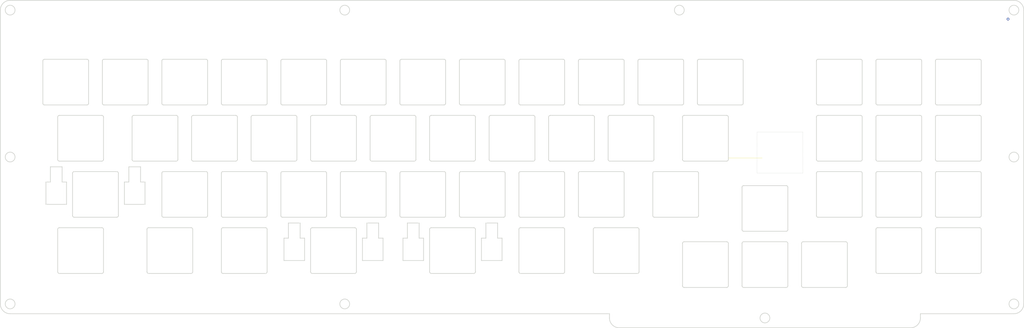
<source format=kicad_pcb>
(kicad_pcb (version 20171130) (host pcbnew "(5.1.5)-3")

  (general
    (thickness 1.6)
    (drawings 517)
    (tracks 1)
    (zones 0)
    (modules 0)
    (nets 1)
  )

  (page A4)
  (layers
    (0 F.Cu signal)
    (31 B.Cu signal)
    (32 B.Adhes user)
    (33 F.Adhes user)
    (34 B.Paste user)
    (35 F.Paste user)
    (36 B.SilkS user)
    (37 F.SilkS user)
    (38 B.Mask user)
    (39 F.Mask user)
    (40 Dwgs.User user)
    (41 Cmts.User user)
    (42 Eco1.User user)
    (43 Eco2.User user)
    (44 Edge.Cuts user)
    (45 Margin user)
    (46 B.CrtYd user)
    (47 F.CrtYd user)
    (48 B.Fab user)
    (49 F.Fab user)
  )

  (setup
    (last_trace_width 0.25)
    (trace_clearance 0.2)
    (zone_clearance 0.508)
    (zone_45_only no)
    (trace_min 0.2)
    (via_size 0.8)
    (via_drill 0.4)
    (via_min_size 0.4)
    (via_min_drill 0.3)
    (uvia_size 0.3)
    (uvia_drill 0.1)
    (uvias_allowed no)
    (uvia_min_size 0.2)
    (uvia_min_drill 0.1)
    (edge_width 0.05)
    (segment_width 0.2)
    (pcb_text_width 0.3)
    (pcb_text_size 1.5 1.5)
    (mod_edge_width 0.12)
    (mod_text_size 1 1)
    (mod_text_width 0.15)
    (pad_size 1.524 1.524)
    (pad_drill 0.762)
    (pad_to_mask_clearance 0.051)
    (solder_mask_min_width 0.25)
    (aux_axis_origin 0 0)
    (visible_elements 7FFFEFFF)
    (pcbplotparams
      (layerselection 0x010fc_ffffffff)
      (usegerberextensions false)
      (usegerberattributes false)
      (usegerberadvancedattributes false)
      (creategerberjobfile false)
      (excludeedgelayer true)
      (linewidth 0.100000)
      (plotframeref false)
      (viasonmask false)
      (mode 1)
      (useauxorigin false)
      (hpglpennumber 1)
      (hpglpenspeed 20)
      (hpglpendiameter 15.000000)
      (psnegative false)
      (psa4output false)
      (plotreference true)
      (plotvalue true)
      (plotinvisibletext false)
      (padsonsilk false)
      (subtractmaskfromsilk false)
      (outputformat 1)
      (mirror false)
      (drillshape 0)
      (scaleselection 1)
      (outputdirectory "plate file/"))
  )

  (net 0 "")

  (net_class Default "This is the default net class."
    (clearance 0.2)
    (trace_width 0.25)
    (via_dia 0.8)
    (via_drill 0.4)
    (uvia_dia 0.3)
    (uvia_drill 0.1)
  )

  (gr_line (start 217.4875 105.56875) (end 227.80625 105.56875) (layer F.SilkS) (width 0.12))
  (gr_line (start 226.225 97.6) (end 240.26875 97.6) (layer Edge.Cuts) (width 0.05) (tstamp 5FA35094))
  (gr_line (start 240.275 110.2) (end 240.26875 97.6) (layer Edge.Cuts) (width 0.05))
  (gr_line (start 226.21875 110.2) (end 240.275 110.2) (layer Edge.Cuts) (width 0.05))
  (gr_line (start 226.225 97.6) (end 226.21875 110.2) (layer Edge.Cuts) (width 0.05))
  (gr_line (start 276.6 127.4) (end 276.6 140.4) (layer Edge.Cuts) (width 0.2))
  (gr_arc (start 222.149999 127.5) (end 221.65 127.5) (angle -90) (layer Edge.Cuts) (width 0.2))
  (gr_arc (start 263.099999 127.4) (end 263.099999 126.9) (angle -90) (layer Edge.Cuts) (width 0.2))
  (gr_line (start 276.1 123.7) (end 263.099999 123.7) (layer Edge.Cuts) (width 0.2))
  (gr_arc (start 203.95 144.7) (end 203.45 144.7) (angle -90) (layer Edge.Cuts) (width 0.2))
  (gr_arc (start 276.1 127.399999) (end 276.6 127.4) (angle -90) (layer Edge.Cuts) (width 0.2))
  (gr_line (start 235.15 128) (end 222.15 128) (layer Edge.Cuts) (width 0.2))
  (gr_line (start 276.6 110.2) (end 276.6 123.2) (layer Edge.Cuts) (width 0.2))
  (gr_line (start 222.15 114) (end 235.15 114) (layer Edge.Cuts) (width 0.2))
  (gr_arc (start 235.149999 127.499999) (end 235.15 128) (angle -90) (layer Edge.Cuts) (width 0.2))
  (gr_arc (start 263.099999 110.2) (end 263.099999 109.7) (angle -90) (layer Edge.Cuts) (width 0.2))
  (gr_line (start 203.45 131.7) (end 203.45 144.7) (layer Edge.Cuts) (width 0.2))
  (gr_arc (start 276.099999 140.399999) (end 276.1 140.9) (angle -90) (layer Edge.Cuts) (width 0.2))
  (gr_line (start 221.65 127.5) (end 221.649999 114.5) (layer Edge.Cuts) (width 0.2))
  (gr_line (start 235.65 114.5) (end 235.65 127.5) (layer Edge.Cuts) (width 0.2))
  (gr_arc (start 222.15 114.5) (end 222.15 114) (angle -90) (layer Edge.Cuts) (width 0.2))
  (gr_arc (start 263.099999 123.2) (end 262.599999 123.2) (angle -90) (layer Edge.Cuts) (width 0.2))
  (gr_arc (start 276.1 110.199999) (end 276.6 110.2) (angle -90) (layer Edge.Cuts) (width 0.2))
  (gr_arc (start 276.099999 123.199999) (end 276.1 123.7) (angle -90) (layer Edge.Cuts) (width 0.2))
  (gr_arc (start 235.15 114.499999) (end 235.65 114.5) (angle -90) (layer Edge.Cuts) (width 0.2))
  (gr_line (start 203.95 145.2) (end 216.95 145.2) (layer Edge.Cuts) (width 0.2))
  (gr_line (start 263.099999 126.9) (end 276.1 126.9) (layer Edge.Cuts) (width 0.2))
  (gr_line (start 280.8 140.4) (end 280.8 127.4) (layer Edge.Cuts) (width 0.2))
  (gr_line (start 262.599999 140.4) (end 262.599999 127.4) (layer Edge.Cuts) (width 0.2))
  (gr_arc (start 263.099999 140.4) (end 262.599999 140.4) (angle -90) (layer Edge.Cuts) (width 0.2))
  (gr_line (start 262.599999 123.2) (end 262.599999 110.2) (layer Edge.Cuts) (width 0.2))
  (gr_line (start 263.099999 109.7) (end 276.1 109.699999) (layer Edge.Cuts) (width 0.2))
  (gr_line (start 276.1 140.9) (end 263.099999 140.9) (layer Edge.Cuts) (width 0.2))
  (gr_line (start 208.35 123.2) (end 208.35 110.2) (layer Edge.Cuts) (width 0.2))
  (gr_line (start 62.9 126.9) (end 75.9 126.9) (layer Edge.Cuts) (width 0.2))
  (gr_arc (start 294.3 140.399999) (end 294.3 140.9) (angle -90) (layer Edge.Cuts) (width 0.2))
  (gr_line (start 176.15 140.4) (end 176.15 127.4) (layer Edge.Cuts) (width 0.2))
  (gr_line (start 294.8 127.4) (end 294.8 140.4) (layer Edge.Cuts) (width 0.2))
  (gr_arc (start 253.349999 144.699999) (end 253.35 145.2) (angle -90) (layer Edge.Cuts) (width 0.2))
  (gr_line (start 221.65 144.7) (end 221.649999 131.7) (layer Edge.Cuts) (width 0.2))
  (gr_line (start 235.65 131.7) (end 235.65 144.7) (layer Edge.Cuts) (width 0.2))
  (gr_arc (start 194.85 110.2) (end 194.85 109.7) (angle -90) (layer Edge.Cuts) (width 0.2))
  (gr_line (start 62.4 140.4) (end 62.4 127.4) (layer Edge.Cuts) (width 0.2))
  (gr_arc (start 235.15 131.7) (end 235.65 131.7) (angle -90) (layer Edge.Cuts) (width 0.2))
  (gr_line (start 76.4 127.4) (end 76.4 140.4) (layer Edge.Cuts) (width 0.2))
  (gr_arc (start 281.3 127.4) (end 281.3 126.9) (angle -90) (layer Edge.Cuts) (width 0.2))
  (gr_arc (start 62.9 140.4) (end 62.4 140.4) (angle -90) (layer Edge.Cuts) (width 0.2))
  (gr_line (start 253.35 131.2) (end 240.35 131.2) (layer Edge.Cuts) (width 0.2))
  (gr_line (start 235.15 145.2) (end 222.15 145.2) (layer Edge.Cuts) (width 0.2))
  (gr_arc (start 235.149999 144.699999) (end 235.15 145.2) (angle -90) (layer Edge.Cuts) (width 0.2))
  (gr_arc (start 112.3 110.2) (end 112.8 110.2) (angle -90) (layer Edge.Cuts) (width 0.2))
  (gr_arc (start 294.3 110.199999) (end 294.8 110.2) (angle -90) (layer Edge.Cuts) (width 0.2))
  (gr_arc (start 75.9 127.4) (end 76.4 127.4) (angle -90) (layer Edge.Cuts) (width 0.2))
  (gr_line (start 99.3 109.7) (end 112.3 109.7) (layer Edge.Cuts) (width 0.2))
  (gr_arc (start 207.85 110.199999) (end 208.35 110.2) (angle -90) (layer Edge.Cuts) (width 0.2))
  (gr_line (start 112.8 110.2) (end 112.8 123.2) (layer Edge.Cuts) (width 0.2))
  (gr_arc (start 240.35 144.7) (end 239.85 144.7) (angle -90) (layer Edge.Cuts) (width 0.2))
  (gr_arc (start 222.15 131.7) (end 222.15 131.2) (angle -90) (layer Edge.Cuts) (width 0.2))
  (gr_line (start 280.8 123.2) (end 280.8 110.2) (layer Edge.Cuts) (width 0.2))
  (gr_arc (start 281.299999 123.2) (end 280.8 123.2) (angle -90) (layer Edge.Cuts) (width 0.2))
  (gr_line (start 75.9 140.9) (end 62.9 140.9) (layer Edge.Cuts) (width 0.2))
  (gr_arc (start 112.3 123.199999) (end 112.3 123.7) (angle -90) (layer Edge.Cuts) (width 0.2))
  (gr_line (start 294.3 140.9) (end 281.3 140.899999) (layer Edge.Cuts) (width 0.2))
  (gr_arc (start 294.3 127.399999) (end 294.8 127.4) (angle -90) (layer Edge.Cuts) (width 0.2))
  (gr_line (start 281.3 126.9) (end 294.3 126.9) (layer Edge.Cuts) (width 0.2))
  (gr_arc (start 240.35 131.7) (end 240.35 131.2) (angle -90) (layer Edge.Cuts) (width 0.2))
  (gr_line (start 253.85 144.7) (end 253.85 131.7) (layer Edge.Cuts) (width 0.2))
  (gr_line (start 240.35 145.2) (end 253.35 145.2) (layer Edge.Cuts) (width 0.2))
  (gr_line (start 239.85 131.7) (end 239.85 144.7) (layer Edge.Cuts) (width 0.2))
  (gr_arc (start 294.3 123.199999) (end 294.3 123.7) (angle -90) (layer Edge.Cuts) (width 0.2))
  (gr_arc (start 222.149999 144.7) (end 221.65 144.7) (angle -90) (layer Edge.Cuts) (width 0.2))
  (gr_line (start 222.15 131.2) (end 235.15 131.2) (layer Edge.Cuts) (width 0.2))
  (gr_line (start 153.9 126.9) (end 166.9 126.9) (layer Edge.Cuts) (width 0.2))
  (gr_line (start 190.15 127.4) (end 190.15 140.4) (layer Edge.Cuts) (width 0.2))
  (gr_arc (start 99.299999 110.199999) (end 99.3 109.7) (angle -90) (layer Edge.Cuts) (width 0.2))
  (gr_line (start 189.65 140.9) (end 176.65 140.899999) (layer Edge.Cuts) (width 0.2))
  (gr_line (start 194.35 110.2) (end 194.35 123.2) (layer Edge.Cuts) (width 0.2))
  (gr_arc (start 99.3 123.2) (end 98.8 123.2) (angle -90) (layer Edge.Cuts) (width 0.2))
  (gr_arc (start 207.849999 123.199999) (end 207.85 123.7) (angle -90) (layer Edge.Cuts) (width 0.2))
  (gr_arc (start 189.65 127.399999) (end 190.15 127.4) (angle -90) (layer Edge.Cuts) (width 0.2))
  (gr_arc (start 62.899999 127.399999) (end 62.9 126.9) (angle -90) (layer Edge.Cuts) (width 0.2))
  (gr_line (start 98.8 123.2) (end 98.8 110.2) (layer Edge.Cuts) (width 0.2))
  (gr_line (start 294.3 123.7) (end 281.3 123.699999) (layer Edge.Cuts) (width 0.2))
  (gr_line (start 112.3 123.7) (end 99.3 123.7) (layer Edge.Cuts) (width 0.2))
  (gr_arc (start 189.65 140.399999) (end 189.65 140.9) (angle -90) (layer Edge.Cuts) (width 0.2))
  (gr_arc (start 281.3 110.2) (end 281.3 109.7) (angle -90) (layer Edge.Cuts) (width 0.2))
  (gr_arc (start 75.9 140.4) (end 75.9 140.9) (angle -90) (layer Edge.Cuts) (width 0.2))
  (gr_arc (start 176.649999 140.4) (end 176.15 140.4) (angle -90) (layer Edge.Cuts) (width 0.2))
  (gr_line (start 207.85 109.7) (end 194.85 109.7) (layer Edge.Cuts) (width 0.2))
  (gr_line (start 294.8 110.2) (end 294.8 123.2) (layer Edge.Cuts) (width 0.2))
  (gr_arc (start 176.65 127.4) (end 176.65 126.9) (angle -90) (layer Edge.Cuts) (width 0.2))
  (gr_arc (start 281.299999 140.4) (end 280.8 140.4) (angle -90) (layer Edge.Cuts) (width 0.2))
  (gr_arc (start 253.35 131.699999) (end 253.85 131.7) (angle -90) (layer Edge.Cuts) (width 0.2))
  (gr_line (start 176.65 126.9) (end 189.65 126.9) (layer Edge.Cuts) (width 0.2))
  (gr_line (start 194.85 123.7) (end 207.85 123.7) (layer Edge.Cuts) (width 0.2))
  (gr_arc (start 194.85 123.2) (end 194.35 123.2) (angle -90) (layer Edge.Cuts) (width 0.2))
  (gr_line (start 281.3 109.7) (end 294.3 109.7) (layer Edge.Cuts) (width 0.2))
  (gr_line (start 40.15 126.9) (end 53.15 126.9) (layer Edge.Cuts) (width 0.2))
  (gr_line (start 112.8 75.799999) (end 112.8 88.8) (layer Edge.Cuts) (width 0.2))
  (gr_line (start 44.7 75.3) (end 57.7 75.3) (layer Edge.Cuts) (width 0.2))
  (gr_line (start 146.9 125.449999) (end 143.3 125.449999) (layer Edge.Cuts) (width 0.2))
  (gr_line (start 146.9 130.1) (end 146.9 125.449999) (layer Edge.Cuts) (width 0.2))
  (gr_line (start 148.25 130.1) (end 146.9 130.1) (layer Edge.Cuts) (width 0.2))
  (gr_line (start 148.25 136.95) (end 148.25 130.1) (layer Edge.Cuts) (width 0.2))
  (gr_arc (start 25.85 140.4) (end 25.85 140.9) (angle -90) (layer Edge.Cuts) (width 0.2))
  (gr_line (start 12.85 126.9) (end 25.85 126.9) (layer Edge.Cuts) (width 0.2))
  (gr_arc (start 12.849999 127.4) (end 12.85 126.9) (angle -90) (layer Edge.Cuts) (width 0.2))
  (gr_line (start 112.3 89.3) (end 99.3 89.3) (layer Edge.Cuts) (width 0.2))
  (gr_arc (start 75.9 123.2) (end 75.9 123.7) (angle -90) (layer Edge.Cuts) (width 0.2))
  (gr_arc (start 40.15 140.4) (end 39.65 140.4) (angle -90) (layer Edge.Cuts) (width 0.2))
  (gr_line (start 53.65 127.4) (end 53.65 140.4) (layer Edge.Cuts) (width 0.2))
  (gr_line (start 180.7 105.999999) (end 180.699999 93) (layer Edge.Cuts) (width 0.2))
  (gr_line (start 194.7 93) (end 194.7 105.999999) (layer Edge.Cuts) (width 0.2))
  (gr_line (start 44.2 88.8) (end 44.2 75.8) (layer Edge.Cuts) (width 0.2))
  (gr_arc (start 112.3 88.8) (end 112.3 89.3) (angle -90) (layer Edge.Cuts) (width 0.2))
  (gr_line (start 76.4 110.2) (end 76.4 123.2) (layer Edge.Cuts) (width 0.2))
  (gr_line (start 57.7 89.3) (end 44.7 89.3) (layer Edge.Cuts) (width 0.2))
  (gr_line (start 75.9 123.7) (end 62.9 123.7) (layer Edge.Cuts) (width 0.2))
  (gr_line (start 131 110.2) (end 131 123.2) (layer Edge.Cuts) (width 0.2))
  (gr_arc (start 62.9 110.199999) (end 62.9 109.7) (angle -90) (layer Edge.Cuts) (width 0.2))
  (gr_arc (start 130.5 110.2) (end 131 110.2) (angle -90) (layer Edge.Cuts) (width 0.2))
  (gr_line (start 98.8 88.8) (end 98.799999 75.8) (layer Edge.Cuts) (width 0.2))
  (gr_arc (start 62.9 123.2) (end 62.4 123.2) (angle -90) (layer Edge.Cuts) (width 0.2))
  (gr_arc (start 40.15 127.4) (end 40.15 126.9) (angle -90) (layer Edge.Cuts) (width 0.2))
  (gr_arc (start 57.7 75.8) (end 58.2 75.799999) (angle -90) (layer Edge.Cuts) (width 0.2))
  (gr_arc (start 44.7 75.799999) (end 44.7 75.3) (angle -90) (layer Edge.Cuts) (width 0.2))
  (gr_line (start 117.5 109.7) (end 130.5 109.7) (layer Edge.Cuts) (width 0.2))
  (gr_arc (start 12.85 140.4) (end 12.35 140.4) (angle -90) (layer Edge.Cuts) (width 0.2))
  (gr_arc (start 53.15 127.4) (end 53.65 127.4) (angle -90) (layer Edge.Cuts) (width 0.2))
  (gr_arc (start 117.499999 110.2) (end 117.5 109.7) (angle -90) (layer Edge.Cuts) (width 0.2))
  (gr_line (start 62.9 109.7) (end 75.9 109.7) (layer Edge.Cuts) (width 0.2))
  (gr_arc (start 53.15 140.4) (end 53.15 140.9) (angle -90) (layer Edge.Cuts) (width 0.2))
  (gr_line (start 194.2 106.499999) (end 181.2 106.5) (layer Edge.Cuts) (width 0.2))
  (gr_line (start 116.999999 123.2) (end 116.999999 110.2) (layer Edge.Cuts) (width 0.2))
  (gr_arc (start 75.9 110.2) (end 76.4 110.2) (angle -90) (layer Edge.Cuts) (width 0.2))
  (gr_arc (start 117.499999 123.199999) (end 116.999999 123.2) (angle -90) (layer Edge.Cuts) (width 0.2))
  (gr_arc (start 99.299999 75.8) (end 99.3 75.3) (angle -90) (layer Edge.Cuts) (width 0.2))
  (gr_line (start 12.35 140.4) (end 12.349999 127.4) (layer Edge.Cuts) (width 0.2))
  (gr_line (start 53.15 140.9) (end 40.15 140.9) (layer Edge.Cuts) (width 0.2))
  (gr_arc (start 112.3 75.8) (end 112.8 75.799999) (angle -90) (layer Edge.Cuts) (width 0.2))
  (gr_line (start 99.3 75.3) (end 112.3 75.299999) (layer Edge.Cuts) (width 0.2))
  (gr_arc (start 25.85 127.4) (end 26.35 127.4) (angle -90) (layer Edge.Cuts) (width 0.2))
  (gr_line (start 62.4 123.2) (end 62.4 110.2) (layer Edge.Cuts) (width 0.2))
  (gr_line (start 39.65 140.4) (end 39.65 127.4) (layer Edge.Cuts) (width 0.2))
  (gr_arc (start 181.199999 106) (end 180.7 105.999999) (angle -90) (layer Edge.Cuts) (width 0.2))
  (gr_arc (start 99.3 88.8) (end 98.8 88.8) (angle -90) (layer Edge.Cuts) (width 0.2))
  (gr_line (start 25.85 140.9) (end 12.849999 140.9) (layer Edge.Cuts) (width 0.2))
  (gr_arc (start 130.5 123.199999) (end 130.5 123.7) (angle -90) (layer Edge.Cuts) (width 0.2))
  (gr_arc (start 44.7 88.8) (end 44.2 88.8) (angle -90) (layer Edge.Cuts) (width 0.2))
  (gr_line (start 130.5 123.7) (end 117.5 123.7) (layer Edge.Cuts) (width 0.2))
  (gr_line (start 58.2 75.799999) (end 58.2 88.8) (layer Edge.Cuts) (width 0.2))
  (gr_arc (start 194.199999 105.999999) (end 194.2 106.499999) (angle -90) (layer Edge.Cuts) (width 0.2))
  (gr_arc (start 57.7 88.8) (end 57.7 89.3) (angle -90) (layer Edge.Cuts) (width 0.2))
  (gr_line (start 26.35 127.4) (end 26.35 140.4) (layer Edge.Cuts) (width 0.2))
  (gr_line (start 257.9 123.7) (end 244.9 123.699999) (layer Edge.Cuts) (width 0.2))
  (gr_arc (start 257.9 110.199999) (end 258.4 110.2) (angle -90) (layer Edge.Cuts) (width 0.2))
  (gr_arc (start 244.9 110.2) (end 244.9 109.7) (angle -90) (layer Edge.Cuts) (width 0.2))
  (gr_arc (start 153.9 110.199999) (end 153.9 109.7) (angle -90) (layer Edge.Cuts) (width 0.2))
  (gr_arc (start 216.95 131.699999) (end 217.45 131.7) (angle -90) (layer Edge.Cuts) (width 0.2))
  (gr_arc (start 281.3 93) (end 281.3 92.5) (angle -90) (layer Edge.Cuts) (width 0.2))
  (gr_arc (start 281.3 106) (end 280.8 105.999999) (angle -90) (layer Edge.Cuts) (width 0.2))
  (gr_arc (start 294.3 105.999999) (end 294.3 106.499999) (angle -90) (layer Edge.Cuts) (width 0.2))
  (gr_arc (start 203.95 131.7) (end 203.95 131.2) (angle -90) (layer Edge.Cuts) (width 0.2))
  (gr_arc (start 181.2 93) (end 181.2 92.5) (angle -90) (layer Edge.Cuts) (width 0.2))
  (gr_arc (start 172.099999 123.2) (end 171.6 123.2) (angle -90) (layer Edge.Cuts) (width 0.2))
  (gr_arc (start 126.6 140.399999) (end 126.1 140.4) (angle -90) (layer Edge.Cuts) (width 0.2))
  (gr_line (start 139.6 140.9) (end 126.6 140.9) (layer Edge.Cuts) (width 0.2))
  (gr_arc (start 139.6 140.4) (end 139.6 140.9) (angle -90) (layer Edge.Cuts) (width 0.2))
  (gr_arc (start 135.7 123.2) (end 135.2 123.2) (angle -90) (layer Edge.Cuts) (width 0.2))
  (gr_arc (start 148.7 110.2) (end 149.2 110.2) (angle -90) (layer Edge.Cuts) (width 0.2))
  (gr_arc (start 57.7 123.2) (end 57.7 123.7) (angle -90) (layer Edge.Cuts) (width 0.2))
  (gr_arc (start 166.9 110.199999) (end 167.4 110.2) (angle -90) (layer Edge.Cuts) (width 0.2))
  (gr_line (start 216.95 131.2) (end 203.95 131.2) (layer Edge.Cuts) (width 0.2))
  (gr_arc (start 44.7 110.2) (end 44.7 109.7) (angle -90) (layer Edge.Cuts) (width 0.2))
  (gr_line (start 140.1 127.4) (end 140.1 140.4) (layer Edge.Cuts) (width 0.2))
  (gr_arc (start 257.899999 123.199999) (end 257.9 123.7) (angle -90) (layer Edge.Cuts) (width 0.2))
  (gr_line (start 294.3 106.499999) (end 281.3 106.5) (layer Edge.Cuts) (width 0.2))
  (gr_line (start 57.7 109.7) (end 44.7 109.7) (layer Edge.Cuts) (width 0.2))
  (gr_line (start 153.9 123.7) (end 166.9 123.7) (layer Edge.Cuts) (width 0.2))
  (gr_line (start 171.6 123.2) (end 171.6 110.2) (layer Edge.Cuts) (width 0.2))
  (gr_line (start 185.1 123.7) (end 172.1 123.699999) (layer Edge.Cuts) (width 0.2))
  (gr_line (start 149.2 123.2) (end 149.2 110.2) (layer Edge.Cuts) (width 0.2))
  (gr_arc (start 294.3 92.999999) (end 294.8 93) (angle -90) (layer Edge.Cuts) (width 0.2))
  (gr_line (start 172.1 109.7) (end 185.1 109.7) (layer Edge.Cuts) (width 0.2))
  (gr_arc (start 126.6 127.399999) (end 126.6 126.9) (angle -90) (layer Edge.Cuts) (width 0.2))
  (gr_line (start 148.7 109.7) (end 135.7 109.7) (layer Edge.Cuts) (width 0.2))
  (gr_line (start 280.8 105.999999) (end 280.8 93) (layer Edge.Cuts) (width 0.2))
  (gr_arc (start 148.7 123.199999) (end 148.7 123.7) (angle -90) (layer Edge.Cuts) (width 0.2))
  (gr_line (start 44.7 123.7) (end 57.7 123.7) (layer Edge.Cuts) (width 0.2))
  (gr_line (start 244.9 109.7) (end 257.9 109.699999) (layer Edge.Cuts) (width 0.2))
  (gr_line (start 153.4 110.2) (end 153.4 123.2) (layer Edge.Cuts) (width 0.2))
  (gr_arc (start 57.7 110.2) (end 58.2 110.2) (angle -90) (layer Edge.Cuts) (width 0.2))
  (gr_line (start 217.45 144.7) (end 217.45 131.7) (layer Edge.Cuts) (width 0.2))
  (gr_line (start 44.2 110.2) (end 44.2 123.2) (layer Edge.Cuts) (width 0.2))
  (gr_line (start 167.4 123.2) (end 167.4 110.2) (layer Edge.Cuts) (width 0.2))
  (gr_arc (start 216.949999 144.699999) (end 216.95 145.2) (angle -90) (layer Edge.Cuts) (width 0.2))
  (gr_line (start 166.9 109.7) (end 153.9 109.7) (layer Edge.Cuts) (width 0.2))
  (gr_arc (start 244.9 123.2) (end 244.4 123.2) (angle -90) (layer Edge.Cuts) (width 0.2))
  (gr_arc (start 172.1 110.2) (end 172.1 109.7) (angle -90) (layer Edge.Cuts) (width 0.2))
  (gr_line (start 58.2 123.2) (end 58.2 110.2) (layer Edge.Cuts) (width 0.2))
  (gr_arc (start 194.2 93) (end 194.7 93) (angle -90) (layer Edge.Cuts) (width 0.2))
  (gr_arc (start 185.1 123.199999) (end 185.1 123.7) (angle -90) (layer Edge.Cuts) (width 0.2))
  (gr_line (start 126.6 126.9) (end 139.6 126.899999) (layer Edge.Cuts) (width 0.2))
  (gr_arc (start 135.7 110.199999) (end 135.7 109.7) (angle -90) (layer Edge.Cuts) (width 0.2))
  (gr_arc (start 153.9 123.2) (end 153.4 123.2) (angle -90) (layer Edge.Cuts) (width 0.2))
  (gr_line (start 135.7 123.7) (end 148.7 123.7) (layer Edge.Cuts) (width 0.2))
  (gr_line (start 258.4 110.2) (end 258.399999 123.2) (layer Edge.Cuts) (width 0.2))
  (gr_line (start 181.2 92.5) (end 194.2 92.5) (layer Edge.Cuts) (width 0.2))
  (gr_line (start 185.6 110.2) (end 185.6 123.2) (layer Edge.Cuts) (width 0.2))
  (gr_arc (start 185.1 110.199999) (end 185.6 110.2) (angle -90) (layer Edge.Cuts) (width 0.2))
  (gr_line (start 126.1 140.4) (end 126.1 127.4) (layer Edge.Cuts) (width 0.2))
  (gr_arc (start 44.7 123.2) (end 44.2 123.2) (angle -90) (layer Edge.Cuts) (width 0.2))
  (gr_arc (start 139.6 127.399999) (end 140.1 127.4) (angle -90) (layer Edge.Cuts) (width 0.2))
  (gr_arc (start 166.9 123.199999) (end 166.9 123.7) (angle -90) (layer Edge.Cuts) (width 0.2))
  (gr_line (start 294.8 93) (end 294.8 105.999999) (layer Edge.Cuts) (width 0.2))
  (gr_line (start 135.2 110.2) (end 135.2 123.2) (layer Edge.Cuts) (width 0.2))
  (gr_line (start 281.3 92.5) (end 294.3 92.499999) (layer Edge.Cuts) (width 0.2))
  (gr_line (start 244.4 123.2) (end 244.4 110.2) (layer Edge.Cuts) (width 0.2))
  (gr_line (start 13.701374 108.249479) (end 10.101374 108.248894) (layer Edge.Cuts) (width 0.2))
  (gr_line (start 111.85 130.1) (end 110.5 130.1) (layer Edge.Cuts) (width 0.2))
  (gr_line (start 34.1 112.9) (end 32.75 112.9) (layer Edge.Cuts) (width 0.2))
  (gr_line (start 39.049999 112.9) (end 37.7 112.9) (layer Edge.Cuts) (width 0.2))
  (gr_line (start 117.949898 136.949727) (end 124.249898 136.949938) (layer Edge.Cuts) (width 0.2))
  (gr_line (start 81.55 136.95) (end 87.85 136.95) (layer Edge.Cuts) (width 0.2))
  (gr_line (start 143.3 130.1) (end 141.95 130.1) (layer Edge.Cuts) (width 0.2))
  (gr_line (start 143.3 125.449999) (end 143.3 130.1) (layer Edge.Cuts) (width 0.2))
  (gr_line (start 86.5 125.449999) (end 82.9 125.449999) (layer Edge.Cuts) (width 0.2))
  (gr_line (start 81.55 130.1) (end 81.55 136.95) (layer Edge.Cuts) (width 0.2))
  (gr_line (start 124.249898 136.949938) (end 124.250126 130.099938) (layer Edge.Cuts) (width 0.2))
  (gr_line (start 141.95 136.95) (end 148.25 136.95) (layer Edge.Cuts) (width 0.2))
  (gr_line (start 141.95 130.1) (end 141.95 136.95) (layer Edge.Cuts) (width 0.2))
  (gr_line (start 10.100618 112.898894) (end 8.750618 112.898674) (layer Edge.Cuts) (width 0.2))
  (gr_line (start 13.700618 112.899479) (end 13.701374 108.249479) (layer Edge.Cuts) (width 0.2))
  (gr_line (start 119.300282 125.449773) (end 119.300126 130.099773) (layer Edge.Cuts) (width 0.2))
  (gr_line (start 87.85 130.1) (end 86.5 130.1) (layer Edge.Cuts) (width 0.2))
  (gr_line (start 106.899999 125.449999) (end 106.9 130.1) (layer Edge.Cuts) (width 0.2))
  (gr_line (start 37.699999 108.249999) (end 34.099999 108.249999) (layer Edge.Cuts) (width 0.2))
  (gr_line (start 105.55 130.1) (end 105.55 136.95) (layer Edge.Cuts) (width 0.2))
  (gr_line (start 105.55 136.95) (end 111.85 136.95) (layer Edge.Cuts) (width 0.2))
  (gr_line (start 15.050617 112.899699) (end 13.700618 112.899479) (layer Edge.Cuts) (width 0.2))
  (gr_line (start 8.750618 112.898674) (end 8.749504 119.748674) (layer Edge.Cuts) (width 0.2))
  (gr_line (start 122.900282 125.449893) (end 119.300282 125.449773) (layer Edge.Cuts) (width 0.2))
  (gr_line (start 10.101374 108.248894) (end 10.100618 112.898894) (layer Edge.Cuts) (width 0.2))
  (gr_line (start 82.9 130.1) (end 81.55 130.1) (layer Edge.Cuts) (width 0.2))
  (gr_line (start 32.75 112.9) (end 32.75 119.75) (layer Edge.Cuts) (width 0.2))
  (gr_line (start 106.9 130.1) (end 105.55 130.1) (layer Edge.Cuts) (width 0.2))
  (gr_line (start 37.7 112.9) (end 37.699999 108.249999) (layer Edge.Cuts) (width 0.2))
  (gr_line (start 111.85 136.95) (end 111.85 130.1) (layer Edge.Cuts) (width 0.2))
  (gr_line (start 8.749504 119.748674) (end 15.049504 119.749699) (layer Edge.Cuts) (width 0.2))
  (gr_line (start 15.049504 119.749699) (end 15.050617 112.899699) (layer Edge.Cuts) (width 0.2))
  (gr_line (start 86.5 130.1) (end 86.5 125.449999) (layer Edge.Cuts) (width 0.2))
  (gr_line (start 110.499999 125.449999) (end 106.899999 125.449999) (layer Edge.Cuts) (width 0.2))
  (gr_line (start 82.9 125.449999) (end 82.9 130.1) (layer Edge.Cuts) (width 0.2))
  (gr_line (start 87.85 136.95) (end 87.85 130.1) (layer Edge.Cuts) (width 0.2))
  (gr_line (start 122.900126 130.099893) (end 122.900282 125.449893) (layer Edge.Cuts) (width 0.2))
  (gr_line (start 39.049999 119.75) (end 39.049999 112.9) (layer Edge.Cuts) (width 0.2))
  (gr_line (start 34.099999 108.249999) (end 34.1 112.9) (layer Edge.Cuts) (width 0.2))
  (gr_line (start 117.950126 130.099727) (end 117.949898 136.949727) (layer Edge.Cuts) (width 0.2))
  (gr_line (start 119.300126 130.099773) (end 117.950126 130.099727) (layer Edge.Cuts) (width 0.2))
  (gr_line (start 32.75 119.75) (end 39.049999 119.75) (layer Edge.Cuts) (width 0.2))
  (gr_line (start 124.250126 130.099938) (end 122.900126 130.099893) (layer Edge.Cuts) (width 0.2))
  (gr_line (start 110.5 130.1) (end 110.499999 125.449999) (layer Edge.Cuts) (width 0.2))
  (gr_line (start 62.4 88.8) (end 62.4 75.8) (layer Edge.Cuts) (width 0.2))
  (gr_arc (start 81.1 75.799999) (end 81.1 75.3) (angle -90) (layer Edge.Cuts) (width 0.2))
  (gr_arc (start 94.1 75.8) (end 94.6 75.799999) (angle -90) (layer Edge.Cuts) (width 0.2))
  (gr_arc (start 62.9 88.8) (end 62.4 88.8) (angle -90) (layer Edge.Cuts) (width 0.2))
  (gr_line (start 81.1 75.3) (end 94.1 75.299999) (layer Edge.Cuts) (width 0.2))
  (gr_line (start 130.5 89.3) (end 117.5 89.3) (layer Edge.Cuts) (width 0.2))
  (gr_line (start 222 75.799999) (end 222 88.8) (layer Edge.Cuts) (width 0.2))
  (gr_line (start 103.2 140.9) (end 90.2 140.9) (layer Edge.Cuts) (width 0.2))
  (gr_arc (start 221.5 88.799999) (end 221.5 89.3) (angle -90) (layer Edge.Cuts) (width 0.2))
  (gr_arc (start 185.1 88.799999) (end 185.1 89.3) (angle -90) (layer Edge.Cuts) (width 0.2))
  (gr_arc (start 90.2 140.399999) (end 89.7 140.4) (angle -90) (layer Edge.Cuts) (width 0.2))
  (gr_arc (start 276.099999 88.799999) (end 276.1 89.3) (angle -90) (layer Edge.Cuts) (width 0.2))
  (gr_line (start 208.5 75.3) (end 221.5 75.299999) (layer Edge.Cuts) (width 0.2))
  (gr_arc (start 172.099999 88.8) (end 171.6 88.8) (angle -90) (layer Edge.Cuts) (width 0.2))
  (gr_arc (start 103.2 127.399999) (end 103.7 127.4) (angle -90) (layer Edge.Cuts) (width 0.2))
  (gr_line (start 116.999999 88.8) (end 116.999999 75.8) (layer Edge.Cuts) (width 0.2))
  (gr_line (start 131 75.799999) (end 131 88.8) (layer Edge.Cuts) (width 0.2))
  (gr_line (start 135.2 88.8) (end 135.199999 75.8) (layer Edge.Cuts) (width 0.2))
  (gr_arc (start 148.7 75.799999) (end 149.2 75.799999) (angle -90) (layer Edge.Cuts) (width 0.2))
  (gr_line (start 221.5 89.3) (end 208.5 89.299999) (layer Edge.Cuts) (width 0.2))
  (gr_line (start 262.599999 75.799999) (end 262.599999 88.8) (layer Edge.Cuts) (width 0.2))
  (gr_arc (start 153.9 88.8) (end 153.4 88.8) (angle -90) (layer Edge.Cuts) (width 0.2))
  (gr_line (start 263.099999 89.3) (end 276.1 89.3) (layer Edge.Cuts) (width 0.2))
  (gr_line (start 189.8 88.8) (end 189.8 75.8) (layer Edge.Cuts) (width 0.2))
  (gr_line (start 185.6 75.799999) (end 185.6 88.8) (layer Edge.Cuts) (width 0.2))
  (gr_arc (start 263.099999 88.8) (end 262.599999 88.8) (angle -90) (layer Edge.Cuts) (width 0.2))
  (gr_arc (start 153.9 75.799999) (end 153.9 75.3) (angle -90) (layer Edge.Cuts) (width 0.2))
  (gr_arc (start 208.5 75.8) (end 208.5 75.3) (angle -90) (layer Edge.Cuts) (width 0.2))
  (gr_arc (start 185.1 75.799999) (end 185.6 75.799999) (angle -90) (layer Edge.Cuts) (width 0.2))
  (gr_line (start 76.4 75.799999) (end 76.4 88.8) (layer Edge.Cuts) (width 0.2))
  (gr_arc (start 75.9 75.8) (end 76.4 75.799999) (angle -90) (layer Edge.Cuts) (width 0.2))
  (gr_line (start 135.7 75.3) (end 148.7 75.299999) (layer Edge.Cuts) (width 0.2))
  (gr_arc (start 130.5 88.8) (end 130.5 89.3) (angle -90) (layer Edge.Cuts) (width 0.2))
  (gr_line (start 153.4 75.799999) (end 153.4 88.8) (layer Edge.Cuts) (width 0.2))
  (gr_line (start 153.9 89.3) (end 166.9 89.3) (layer Edge.Cuts) (width 0.2))
  (gr_arc (start 90.2 127.399999) (end 90.2 126.9) (angle -90) (layer Edge.Cuts) (width 0.2))
  (gr_arc (start 117.499999 88.799999) (end 116.999999 88.8) (angle -90) (layer Edge.Cuts) (width 0.2))
  (gr_line (start 167.4 88.8) (end 167.4 75.8) (layer Edge.Cuts) (width 0.2))
  (gr_line (start 208 88.8) (end 208 75.8) (layer Edge.Cuts) (width 0.2))
  (gr_arc (start 190.3 88.8) (end 189.8 88.8) (angle -90) (layer Edge.Cuts) (width 0.2))
  (gr_line (start 117.5 75.3) (end 130.5 75.299999) (layer Edge.Cuts) (width 0.2))
  (gr_line (start 148.7 89.3) (end 135.7 89.3) (layer Edge.Cuts) (width 0.2))
  (gr_line (start 149.2 75.799999) (end 149.2 88.8) (layer Edge.Cuts) (width 0.2))
  (gr_line (start 172.1 75.3) (end 185.1 75.299999) (layer Edge.Cuts) (width 0.2))
  (gr_line (start 185.1 89.3) (end 172.1 89.299999) (layer Edge.Cuts) (width 0.2))
  (gr_arc (start 135.7 88.8) (end 135.2 88.8) (angle -90) (layer Edge.Cuts) (width 0.2))
  (gr_arc (start 148.7 88.8) (end 148.7 89.3) (angle -90) (layer Edge.Cuts) (width 0.2))
  (gr_arc (start 276.1 75.799999) (end 276.6 75.8) (angle -90) (layer Edge.Cuts) (width 0.2))
  (gr_arc (start 221.5 75.799999) (end 222 75.799999) (angle -90) (layer Edge.Cuts) (width 0.2))
  (gr_line (start 276.6 88.8) (end 276.6 75.8) (layer Edge.Cuts) (width 0.2))
  (gr_arc (start 172.1 75.8) (end 172.1 75.3) (angle -90) (layer Edge.Cuts) (width 0.2))
  (gr_line (start 90.2 126.9) (end 103.2 126.899999) (layer Edge.Cuts) (width 0.2))
  (gr_arc (start 130.5 75.799999) (end 131 75.799999) (angle -90) (layer Edge.Cuts) (width 0.2))
  (gr_arc (start 135.7 75.8) (end 135.7 75.3) (angle -90) (layer Edge.Cuts) (width 0.2))
  (gr_arc (start 166.9 88.799999) (end 166.9 89.3) (angle -90) (layer Edge.Cuts) (width 0.2))
  (gr_arc (start 166.9 75.799999) (end 167.4 75.8) (angle -90) (layer Edge.Cuts) (width 0.2))
  (gr_arc (start 208.499999 88.8) (end 208 88.8) (angle -90) (layer Edge.Cuts) (width 0.2))
  (gr_line (start 171.6 88.8) (end 171.6 75.8) (layer Edge.Cuts) (width 0.2))
  (gr_line (start 103.7 127.4) (end 103.7 140.4) (layer Edge.Cuts) (width 0.2))
  (gr_line (start 75.9 89.3) (end 62.9 89.3) (layer Edge.Cuts) (width 0.2))
  (gr_arc (start 263.099999 75.8) (end 263.099999 75.3) (angle -90) (layer Edge.Cuts) (width 0.2))
  (gr_arc (start 75.9 88.8) (end 75.9 89.3) (angle -90) (layer Edge.Cuts) (width 0.2))
  (gr_line (start 62.9 75.3) (end 75.9 75.3) (layer Edge.Cuts) (width 0.2))
  (gr_arc (start 103.2 140.4) (end 103.2 140.9) (angle -90) (layer Edge.Cuts) (width 0.2))
  (gr_arc (start 117.499999 75.8) (end 117.5 75.3) (angle -90) (layer Edge.Cuts) (width 0.2))
  (gr_line (start 276.1 75.3) (end 263.099999 75.3) (layer Edge.Cuts) (width 0.2))
  (gr_line (start 166.9 75.3) (end 153.9 75.3) (layer Edge.Cuts) (width 0.2))
  (gr_arc (start 62.9 75.799999) (end 62.9 75.3) (angle -90) (layer Edge.Cuts) (width 0.2))
  (gr_line (start 89.7 140.4) (end 89.7 127.4) (layer Edge.Cuts) (width 0.2))
  (gr_arc (start 203.3 75.799999) (end 203.8 75.799999) (angle -90) (layer Edge.Cuts) (width 0.2))
  (gr_circle (center -2.199999 105.25) (end -3.699999 105.25) (layer Edge.Cuts) (width 0.2))
  (gr_arc (start 184.1 154.55) (end 181.1 154.55) (angle -90) (layer Edge.Cuts) (width 0.2))
  (gr_line (start 304.8 153.249999) (end 276.2 153.25) (layer Edge.Cuts) (width 0.2))
  (gr_line (start -2.199999 57.25) (end 304.799999 57.25) (layer Edge.Cuts) (width 0.2))
  (gr_arc (start -2.199999 60.25) (end -2.199999 57.25) (angle -90) (layer Edge.Cuts) (width 0.2))
  (gr_circle (center -2.199999 150.25) (end -3.699999 150.25) (layer Edge.Cuts) (width 0.2))
  (gr_circle (center 202.466666 60.250001) (end 200.966666 60.250001) (layer Edge.Cuts) (width 0.2))
  (gr_line (start 190.3 75.3) (end 203.3 75.299999) (layer Edge.Cuts) (width 0.2))
  (gr_arc (start 190.3 75.8) (end 190.3 75.3) (angle -90) (layer Edge.Cuts) (width 0.2))
  (gr_line (start 307.8 60.250001) (end 307.8 150.25) (layer Edge.Cuts) (width 0.2))
  (gr_arc (start 304.799999 60.250001) (end 307.8 60.250001) (angle -90) (layer Edge.Cuts) (width 0.2))
  (gr_circle (center 100.133333 60.250001) (end 98.633333 60.250001) (layer Edge.Cuts) (width 0.2))
  (gr_circle (center 304.8 150.249999) (end 303.3 150.249999) (layer Edge.Cuts) (width 0.2))
  (gr_circle (center 228.65 154.55) (end 227.15 154.55) (layer Edge.Cuts) (width 0.2))
  (gr_line (start -5.199999 150.25) (end -5.199999 60.25) (layer Edge.Cuts) (width 0.2))
  (gr_arc (start -2.199999 150.249999) (end -5.199999 150.25) (angle -90) (layer Edge.Cuts) (width 0.2))
  (gr_arc (start 273.199999 154.549999) (end 273.2 157.55) (angle -90) (layer Edge.Cuts) (width 0.2))
  (gr_line (start 181.1 154.55) (end 181.1 153.25) (layer Edge.Cuts) (width 0.2))
  (gr_line (start 276.2 153.25) (end 276.2 154.55) (layer Edge.Cuts) (width 0.2))
  (gr_circle (center 304.8 105.25) (end 303.3 105.25) (layer Edge.Cuts) (width 0.2))
  (gr_circle (center 304.8 60.250001) (end 303.3 60.250001) (layer Edge.Cuts) (width 0.2))
  (gr_circle (center 100.133333 150.25) (end 98.633333 150.25) (layer Edge.Cuts) (width 0.2))
  (gr_arc (start 304.8 150.249999) (end 304.8 153.249999) (angle -90) (layer Edge.Cuts) (width 0.2))
  (gr_line (start 203.3 89.3) (end 190.3 89.299999) (layer Edge.Cuts) (width 0.2))
  (gr_line (start 273.2 157.55) (end 184.1 157.55) (layer Edge.Cuts) (width 0.2))
  (gr_arc (start 203.3 88.799999) (end 203.3 89.3) (angle -90) (layer Edge.Cuts) (width 0.2))
  (gr_circle (center -2.199999 60.25) (end -3.699999 60.25) (layer Edge.Cuts) (width 0.2))
  (gr_line (start 181.1 153.25) (end -2.199999 153.249999) (layer Edge.Cuts) (width 0.2))
  (gr_line (start 203.8 75.799999) (end 203.8 88.8) (layer Edge.Cuts) (width 0.2))
  (gr_arc (start 30.4 123.2) (end 30.4 123.7) (angle -90) (layer Edge.Cuts) (width 0.2))
  (gr_arc (start 21.3 75.8) (end 21.8 75.799999) (angle -90) (layer Edge.Cuts) (width 0.2))
  (gr_arc (start 30.4 110.2) (end 30.9 110.2) (angle -90) (layer Edge.Cuts) (width 0.2))
  (gr_line (start 21.8 75.799999) (end 21.799999 88.8) (layer Edge.Cuts) (width 0.2))
  (gr_line (start 94.1 123.7) (end 81.1 123.7) (layer Edge.Cuts) (width 0.2))
  (gr_arc (start 276.1 92.999999) (end 276.6 93) (angle -90) (layer Edge.Cuts) (width 0.2))
  (gr_line (start 244.9 89.3) (end 257.9 89.3) (layer Edge.Cuts) (width 0.2))
  (gr_arc (start 8.3 75.8) (end 8.3 75.3) (angle -90) (layer Edge.Cuts) (width 0.2))
  (gr_line (start 80.6 123.2) (end 80.6 110.2) (layer Edge.Cuts) (width 0.2))
  (gr_line (start 94.1 89.3) (end 81.1 89.3) (layer Edge.Cuts) (width 0.2))
  (gr_arc (start 163 105.999999) (end 162.5 105.999999) (angle -90) (layer Edge.Cuts) (width 0.2))
  (gr_line (start 163 92.5) (end 176 92.5) (layer Edge.Cuts) (width 0.2))
  (gr_line (start 263.099999 92.5) (end 276.1 92.5) (layer Edge.Cuts) (width 0.2))
  (gr_arc (start 94.099999 88.799999) (end 94.1 89.3) (angle -90) (layer Edge.Cuts) (width 0.2))
  (gr_arc (start 21.299999 88.8) (end 21.3 89.3) (angle -90) (layer Edge.Cuts) (width 0.2))
  (gr_line (start 26.5 75.3) (end 39.5 75.3) (layer Edge.Cuts) (width 0.2))
  (gr_arc (start 39.5 75.8) (end 40 75.799999) (angle -90) (layer Edge.Cuts) (width 0.2))
  (gr_line (start 257.9 75.3) (end 244.9 75.3) (layer Edge.Cuts) (width 0.2))
  (gr_line (start 244.4 75.799999) (end 244.4 88.8) (layer Edge.Cuts) (width 0.2))
  (gr_arc (start 94.1 123.2) (end 94.1 123.7) (angle -90) (layer Edge.Cuts) (width 0.2))
  (gr_arc (start 263.099999 93) (end 263.099999 92.5) (angle -90) (layer Edge.Cuts) (width 0.2))
  (gr_arc (start 26.5 75.799999) (end 26.5 75.3) (angle -90) (layer Edge.Cuts) (width 0.2))
  (gr_line (start 81.1 109.7) (end 94.1 109.7) (layer Edge.Cuts) (width 0.2))
  (gr_line (start 94.6 110.2) (end 94.6 123.2) (layer Edge.Cuts) (width 0.2))
  (gr_line (start 16.9 123.2) (end 16.9 110.2) (layer Edge.Cuts) (width 0.2))
  (gr_line (start 30.9 110.2) (end 30.9 123.2) (layer Edge.Cuts) (width 0.2))
  (gr_arc (start 163 93) (end 163 92.5) (angle -90) (layer Edge.Cuts) (width 0.2))
  (gr_line (start 94.6 75.799999) (end 94.6 88.8) (layer Edge.Cuts) (width 0.2))
  (gr_line (start 7.8 88.8) (end 7.8 75.8) (layer Edge.Cuts) (width 0.2))
  (gr_line (start 40 75.799999) (end 40 88.8) (layer Edge.Cuts) (width 0.2))
  (gr_line (start 30.4 123.7) (end 17.4 123.7) (layer Edge.Cuts) (width 0.2))
  (gr_arc (start 17.399999 110.2) (end 17.4 109.7) (angle -90) (layer Edge.Cuts) (width 0.2))
  (gr_line (start 39.5 89.3) (end 26.5 89.3) (layer Edge.Cuts) (width 0.2))
  (gr_arc (start 8.3 88.8) (end 7.8 88.8) (angle -90) (layer Edge.Cuts) (width 0.2))
  (gr_arc (start 257.9 75.799999) (end 258.4 75.8) (angle -90) (layer Edge.Cuts) (width 0.2))
  (gr_line (start 176 106.499999) (end 163 106.5) (layer Edge.Cuts) (width 0.2))
  (gr_arc (start 175.999999 105.999999) (end 176 106.499999) (angle -90) (layer Edge.Cuts) (width 0.2))
  (gr_arc (start 176 92.999999) (end 176.5 93) (angle -90) (layer Edge.Cuts) (width 0.2))
  (gr_arc (start 94.1 110.2) (end 94.6 110.2) (angle -90) (layer Edge.Cuts) (width 0.2))
  (gr_arc (start 81.1 123.2) (end 80.6 123.2) (angle -90) (layer Edge.Cuts) (width 0.2))
  (gr_arc (start 257.899999 88.799999) (end 257.9 89.3) (angle -90) (layer Edge.Cuts) (width 0.2))
  (gr_line (start 176.5 93) (end 176.5 105.999999) (layer Edge.Cuts) (width 0.2))
  (gr_arc (start 276.099999 105.999999) (end 276.1 106.499999) (angle -90) (layer Edge.Cuts) (width 0.2))
  (gr_line (start 8.3 75.3) (end 21.3 75.299999) (layer Edge.Cuts) (width 0.2))
  (gr_line (start 276.6 93) (end 276.6 105.999999) (layer Edge.Cuts) (width 0.2))
  (gr_arc (start 244.9 75.8) (end 244.9 75.3) (angle -90) (layer Edge.Cuts) (width 0.2))
  (gr_line (start 17.4 109.7) (end 30.4 109.7) (layer Edge.Cuts) (width 0.2))
  (gr_line (start 262.599999 105.999999) (end 262.599999 93) (layer Edge.Cuts) (width 0.2))
  (gr_arc (start 26.5 88.8) (end 26 88.8) (angle -90) (layer Edge.Cuts) (width 0.2))
  (gr_arc (start 39.5 88.8) (end 39.5 89.3) (angle -90) (layer Edge.Cuts) (width 0.2))
  (gr_line (start 21.3 89.3) (end 8.299999 89.3) (layer Edge.Cuts) (width 0.2))
  (gr_arc (start 81.1 110.199999) (end 81.1 109.7) (angle -90) (layer Edge.Cuts) (width 0.2))
  (gr_arc (start 81.1 88.8) (end 80.6 88.8) (angle -90) (layer Edge.Cuts) (width 0.2))
  (gr_arc (start 257.9 92.999999) (end 258.4 93) (angle -90) (layer Edge.Cuts) (width 0.2))
  (gr_line (start 244.9 92.5) (end 257.9 92.5) (layer Edge.Cuts) (width 0.2))
  (gr_arc (start 263.099999 106) (end 262.599999 105.999999) (angle -90) (layer Edge.Cuts) (width 0.2))
  (gr_arc (start 244.9 88.8) (end 244.4 88.8) (angle -90) (layer Edge.Cuts) (width 0.2))
  (gr_line (start 258.4 88.8) (end 258.4 75.8) (layer Edge.Cuts) (width 0.2))
  (gr_arc (start 244.9 93) (end 244.9 92.5) (angle -90) (layer Edge.Cuts) (width 0.2))
  (gr_line (start 162.5 105.999999) (end 162.5 93) (layer Edge.Cuts) (width 0.2))
  (gr_line (start 276.1 106.499999) (end 263.099999 106.5) (layer Edge.Cuts) (width 0.2))
  (gr_line (start 26 88.8) (end 26 75.799999) (layer Edge.Cuts) (width 0.2))
  (gr_arc (start 17.4 123.2) (end 16.9 123.2) (angle -90) (layer Edge.Cuts) (width 0.2))
  (gr_line (start 80.6 88.8) (end 80.6 75.8) (layer Edge.Cuts) (width 0.2))
  (gr_arc (start 90.2 105.999999) (end 89.7 105.999999) (angle -90) (layer Edge.Cuts) (width 0.2))
  (gr_arc (start 166.9 127.399999) (end 167.4 127.4) (angle -90) (layer Edge.Cuts) (width 0.2))
  (gr_arc (start 103.2 106) (end 103.2 106.499999) (angle -90) (layer Edge.Cuts) (width 0.2))
  (gr_line (start 12.35 105.999999) (end 12.35 93) (layer Edge.Cuts) (width 0.2))
  (gr_arc (start 12.85 105.999999) (end 12.35 105.999999) (angle -90) (layer Edge.Cuts) (width 0.2))
  (gr_arc (start 25.85 105.999999) (end 25.85 106.499999) (angle -90) (layer Edge.Cuts) (width 0.2))
  (gr_arc (start 12.85 93) (end 12.85 92.5) (angle -90) (layer Edge.Cuts) (width 0.2))
  (gr_line (start 89.7 105.999999) (end 89.7 93) (layer Edge.Cuts) (width 0.2))
  (gr_line (start 294.8 75.799999) (end 294.8 88.8) (layer Edge.Cuts) (width 0.2))
  (gr_arc (start 25.85 93) (end 26.35 93) (angle -90) (layer Edge.Cuts) (width 0.2))
  (gr_line (start 90.2 92.5) (end 103.2 92.499999) (layer Edge.Cuts) (width 0.2))
  (gr_line (start 103.2 106.499999) (end 90.2 106.5) (layer Edge.Cuts) (width 0.2))
  (gr_arc (start 90.2 93) (end 90.2 92.5) (angle -90) (layer Edge.Cuts) (width 0.2))
  (gr_line (start 103.7 93) (end 103.7 105.999999) (layer Edge.Cuts) (width 0.2))
  (gr_arc (start 103.2 92.999999) (end 103.7 93) (angle -90) (layer Edge.Cuts) (width 0.2))
  (gr_line (start 280.8 88.8) (end 280.8 75.8) (layer Edge.Cuts) (width 0.2))
  (gr_arc (start 294.3 88.799999) (end 294.3 89.3) (angle -90) (layer Edge.Cuts) (width 0.2))
  (gr_arc (start 281.299999 88.8) (end 280.8 88.8) (angle -90) (layer Edge.Cuts) (width 0.2))
  (gr_line (start 294.3 89.3) (end 281.3 89.299999) (layer Edge.Cuts) (width 0.2))
  (gr_line (start 25.85 106.499999) (end 12.849999 106.5) (layer Edge.Cuts) (width 0.2))
  (gr_arc (start 153.9 127.4) (end 153.9 126.9) (angle -90) (layer Edge.Cuts) (width 0.2))
  (gr_line (start 153.4 140.4) (end 153.4 127.4) (layer Edge.Cuts) (width 0.2))
  (gr_line (start 12.85 92.5) (end 25.85 92.5) (layer Edge.Cuts) (width 0.2))
  (gr_arc (start 153.9 140.4) (end 153.4 140.4) (angle -90) (layer Edge.Cuts) (width 0.2))
  (gr_line (start 26.35 93) (end 26.35 105.999999) (layer Edge.Cuts) (width 0.2))
  (gr_line (start 166.9 140.9) (end 153.9 140.9) (layer Edge.Cuts) (width 0.2))
  (gr_arc (start 166.9 140.399999) (end 166.9 140.9) (angle -90) (layer Edge.Cuts) (width 0.2))
  (gr_line (start 167.4 127.4) (end 167.4 140.4) (layer Edge.Cuts) (width 0.2))
  (gr_line (start 35.6 92.5) (end 48.6 92.5) (layer Edge.Cuts) (width 0.2))
  (gr_arc (start 53.8 93) (end 53.8 92.5) (angle -90) (layer Edge.Cuts) (width 0.2))
  (gr_arc (start 66.8 93) (end 67.3 93) (angle -90) (layer Edge.Cuts) (width 0.2))
  (gr_line (start 53.3 105.999999) (end 53.3 93) (layer Edge.Cuts) (width 0.2))
  (gr_line (start 257.9 106.499999) (end 244.9 106.5) (layer Edge.Cuts) (width 0.2))
  (gr_arc (start 66.8 105.999999) (end 66.8 106.499999) (angle -90) (layer Edge.Cuts) (width 0.2))
  (gr_line (start 85 106.499999) (end 72 106.499999) (layer Edge.Cuts) (width 0.2))
  (gr_line (start 126.6 92.5) (end 139.6 92.499999) (layer Edge.Cuts) (width 0.2))
  (gr_line (start 126.1 105.999999) (end 126.1 93) (layer Edge.Cuts) (width 0.2))
  (gr_line (start 72 92.5) (end 85 92.499999) (layer Edge.Cuts) (width 0.2))
  (gr_arc (start 48.6 93) (end 49.1 93) (angle -90) (layer Edge.Cuts) (width 0.2))
  (gr_arc (start 144.8 92.999999) (end 144.8 92.5) (angle -90) (layer Edge.Cuts) (width 0.2))
  (gr_arc (start 126.6 105.999999) (end 126.1 105.999999) (angle -90) (layer Edge.Cuts) (width 0.2))
  (gr_line (start 85.5 93) (end 85.499999 105.999999) (layer Edge.Cuts) (width 0.2))
  (gr_line (start 157.8 106.499999) (end 144.8 106.5) (layer Edge.Cuts) (width 0.2))
  (gr_line (start 258.4 93) (end 258.4 105.999999) (layer Edge.Cuts) (width 0.2))
  (gr_arc (start 139.6 92.999999) (end 140.1 93) (angle -90) (layer Edge.Cuts) (width 0.2))
  (gr_line (start 35.1 105.999999) (end 35.1 93) (layer Edge.Cuts) (width 0.2))
  (gr_arc (start 35.6 92.999999) (end 35.6 92.5) (angle -90) (layer Edge.Cuts) (width 0.2))
  (gr_line (start 144.8 92.5) (end 157.8 92.499999) (layer Edge.Cuts) (width 0.2))
  (gr_arc (start 216.95 92.999999) (end 217.45 93) (angle -90) (layer Edge.Cuts) (width 0.2))
  (gr_arc (start 144.8 105.999999) (end 144.3 105.999999) (angle -90) (layer Edge.Cuts) (width 0.2))
  (gr_line (start 107.9 105.999999) (end 107.9 93) (layer Edge.Cuts) (width 0.2))
  (gr_arc (start 257.899999 105.999999) (end 257.9 106.499999) (angle -90) (layer Edge.Cuts) (width 0.2))
  (gr_arc (start 121.4 93) (end 121.9 93) (angle -90) (layer Edge.Cuts) (width 0.2))
  (gr_arc (start 294.3 75.799999) (end 294.8 75.799999) (angle -90) (layer Edge.Cuts) (width 0.2))
  (gr_line (start 203.45 105.999999) (end 203.45 93) (layer Edge.Cuts) (width 0.2))
  (gr_arc (start 108.4 105.999999) (end 107.9 105.999999) (angle -90) (layer Edge.Cuts) (width 0.2))
  (gr_line (start 48.6 106.499999) (end 35.6 106.499999) (layer Edge.Cuts) (width 0.2))
  (gr_line (start 281.3 75.3) (end 294.3 75.299999) (layer Edge.Cuts) (width 0.2))
  (gr_line (start 67.3 93) (end 67.3 105.999999) (layer Edge.Cuts) (width 0.2))
  (gr_arc (start 139.6 106) (end 139.6 106.499999) (angle -90) (layer Edge.Cuts) (width 0.2))
  (gr_line (start 140.1 93) (end 140.1 105.999999) (layer Edge.Cuts) (width 0.2))
  (gr_line (start 49.1 93) (end 49.1 105.999999) (layer Edge.Cuts) (width 0.2))
  (gr_line (start 121.9 93) (end 121.9 105.999999) (layer Edge.Cuts) (width 0.2))
  (gr_arc (start 84.999999 106) (end 85 106.499999) (angle -90) (layer Edge.Cuts) (width 0.2))
  (gr_arc (start 85 92.999999) (end 85.5 93) (angle -90) (layer Edge.Cuts) (width 0.2))
  (gr_line (start 203.95 92.5) (end 216.95 92.5) (layer Edge.Cuts) (width 0.2))
  (gr_line (start 216.95 106.499999) (end 203.95 106.5) (layer Edge.Cuts) (width 0.2))
  (gr_arc (start 126.6 93) (end 126.6 92.5) (angle -90) (layer Edge.Cuts) (width 0.2))
  (gr_arc (start 48.6 105.999999) (end 48.6 106.499999) (angle -90) (layer Edge.Cuts) (width 0.2))
  (gr_line (start 139.6 106.499999) (end 126.6 106.5) (layer Edge.Cuts) (width 0.2))
  (gr_arc (start 216.949999 105.999999) (end 216.95 106.499999) (angle -90) (layer Edge.Cuts) (width 0.2))
  (gr_arc (start 35.6 105.999999) (end 35.1 105.999999) (angle -90) (layer Edge.Cuts) (width 0.2))
  (gr_arc (start 72 105.999999) (end 71.5 105.999999) (angle -90) (layer Edge.Cuts) (width 0.2))
  (gr_line (start 121.4 106.499999) (end 108.4 106.5) (layer Edge.Cuts) (width 0.2))
  (gr_line (start 144.3 105.999999) (end 144.3 93) (layer Edge.Cuts) (width 0.2))
  (gr_arc (start 203.95 106) (end 203.45 105.999999) (angle -90) (layer Edge.Cuts) (width 0.2))
  (gr_line (start 244.4 105.999999) (end 244.4 93) (layer Edge.Cuts) (width 0.2))
  (gr_arc (start 121.4 106) (end 121.4 106.499999) (angle -90) (layer Edge.Cuts) (width 0.2))
  (gr_line (start 108.4 92.5) (end 121.4 92.499999) (layer Edge.Cuts) (width 0.2))
  (gr_line (start 53.8 92.5) (end 66.8 92.5) (layer Edge.Cuts) (width 0.2))
  (gr_line (start 71.5 105.999999) (end 71.5 93) (layer Edge.Cuts) (width 0.2))
  (gr_arc (start 53.8 105.999999) (end 53.3 105.999999) (angle -90) (layer Edge.Cuts) (width 0.2))
  (gr_line (start 158.3 93) (end 158.3 105.999999) (layer Edge.Cuts) (width 0.2))
  (gr_arc (start 157.8 92.999999) (end 158.3 93) (angle -90) (layer Edge.Cuts) (width 0.2))
  (gr_arc (start 108.4 93) (end 108.4 92.5) (angle -90) (layer Edge.Cuts) (width 0.2))
  (gr_line (start 217.45 93) (end 217.45 105.999999) (layer Edge.Cuts) (width 0.2))
  (gr_arc (start 244.9 106) (end 244.4 105.999999) (angle -90) (layer Edge.Cuts) (width 0.2))
  (gr_arc (start 203.95 93) (end 203.95 92.5) (angle -90) (layer Edge.Cuts) (width 0.2))
  (gr_line (start 66.8 106.499999) (end 53.8 106.5) (layer Edge.Cuts) (width 0.2))
  (gr_arc (start 157.8 106) (end 157.8 106.499999) (angle -90) (layer Edge.Cuts) (width 0.2))
  (gr_arc (start 281.3 75.8) (end 281.3 75.3) (angle -90) (layer Edge.Cuts) (width 0.2))
  (gr_arc (start 72 93) (end 72 92.5) (angle -90) (layer Edge.Cuts) (width 0.2))

  (via (at 303 63) (size 0.8) (drill 0.4) (layers F.Cu B.Cu) (net 0))

)

</source>
